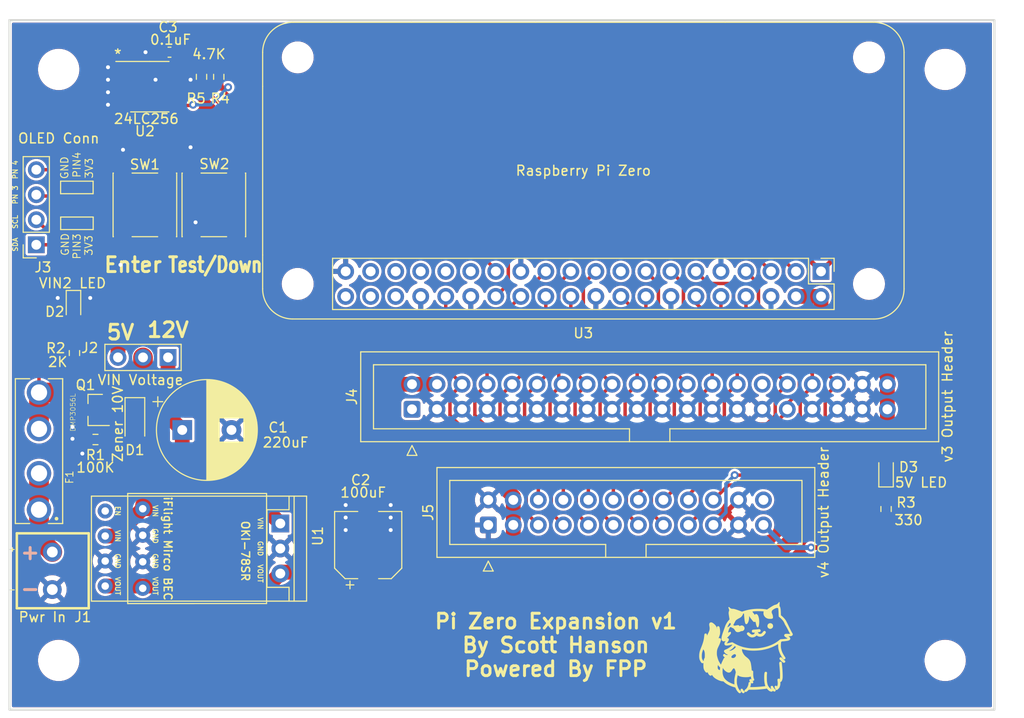
<source format=kicad_pcb>
(kicad_pcb (version 20211014) (generator pcbnew)
  (title_block (title "Pi Zero Expansion") (date "2022-09-01") (rev "v1") (company "Scott Hanson"))
  (layers (0 "F.Cu" signal) (31 "B.Cu" signal) (34 "B.Paste" user) (35 "F.Paste" user) (36 "B.SilkS" user "B.Silkscreen") (37 "F.SilkS" user "F.Silkscreen") (38 "B.Mask" user) (39 "F.Mask" user) (44 "Edge.Cuts" user))
  (net 0 "")
  (net 1 "GND")
  (net 2 "+5V")
  (net 3 "Net-(C1-Pad1)")
  (net 4 "Net-(D1-Pad2)")
  (net 5 "Net-(D2-Pad2)")
  (net 6 "Net-(D3-Pad1)")
  (net 7 "Net-(J3-Pad3)")
  (net 8 "Net-(J3-Pad4)")
  (net 9 "VIN2")
  (net 12 "+3V3")
  (net 13 "I2C_SDA")
  (net 14 "I2C_SCL")
  (net 15 "OUT24")
  (net 16 "OUT23")
  (net 17 "OUT22")
  (net 18 "OUT21")
  (net 19 "OUT20")
  (net 20 "OUT19")
  (net 21 "OUT18")
  (net 22 "OUT17")
  (net 23 "BTN1")
  (net 24 "BTN2")
  (net 25 "VCC")
  (net 26 "OUT1")
  (net 27 "OUT2")
  (net 28 "OUT3")
  (net 29 "OUT4")
  (net 30 "OUT5")
  (net 31 "OUT6")
  (net 32 "OUT7")
  (net 33 "OUT8")
  (net 34 "OUT9")
  (net 35 "OUT10")
  (net 36 "OUT11")
  (net 37 "OUT12")
  (net 38 "OUT13")
  (net 39 "OUT14")
  (net 40 "OUT15")
  (net 41 "OUT16")
  (net 45 "VIN")
  (footprint "LED_SMD:LED_0603_1608Metric_Pad1.05x0.95mm_HandSolder" (layer "F.Cu") (at 97.4988 78.3026 -90)
    (fp_text reference "D2")
    (fp_text value "VIN2 LED")
  )
  (footprint "Resistor_SMD:R_0603_1608Metric_Pad0.98x0.95mm_HandSolder" (layer "F.Cu") (at 97.5988 82.9972 -90)
    (fp_text reference "R2")
    (fp_text value "2K")
  )
  (footprint "Connector_PinHeader_2.54mm:PinHeader_1x03_P2.54mm_Vertical" (layer "F.Cu") (at 107.0988 83.4406 -90)
    (fp_text reference "J2")
    (fp_text value "VIN Voltage")
  )
  (footprint "Scotts:FUSE_3544-2" (layer "F.Cu") (at 93.9988 92.9526 90)
    (fp_text reference "F1")
    (fp_text value "3544-2")
  )
  (footprint "Capacitor_SMD:C_0603_1608Metric_Pad1.08x0.95mm_HandSolder" (layer "F.Cu") (at 107.2488 52.4526 180)
    (fp_text reference "C3")
    (fp_text value "0.1uF")
  )
  (footprint "Resistor_SMD:R_0603_1608Metric_Pad0.98x0.95mm_HandSolder" (layer "F.Cu") (at 110.4988 54.9526 90)
    (fp_text reference "R5")
    (fp_text value "4.7K")
  )
  (footprint "Package_SO:SOIC-8_3.9x4.9mm_P1.27mm" (layer "F.Cu") (at 105.2488 55.9526)
    (fp_text reference "U2")
    (fp_text value "24LC256")
  )
  (footprint "Resistor_SMD:R_0603_1608Metric_Pad0.98x0.95mm_HandSolder" (layer "F.Cu") (at 112.2488 54.9526 90)
    (fp_text reference "R4")
    (fp_text value "4.7K")
  )
  (footprint "Capacitor_SMD:CP_Elec_6.3x5.4_Nichicon" (layer "F.Cu") (at 127.4188 102.4906 90)
    (fp_text reference "C2")
    (fp_text value "100uF")
  )
  (footprint "Capacitor_THT:CP_Radial_D10.0mm_P5.00mm" (layer "F.Cu") (at 108.541123 90.8066)
    (fp_text reference "C1")
    (fp_text value "220uF")
  )
  (footprint "LED_SMD:LED_0603_1608Metric_Pad1.05x0.95mm_HandSolder" (layer "F.Cu") (at 179.9968 94.9311 90)
    (fp_text reference "D3")
    (fp_text value "5V LED")
  )
  (footprint "Resistor_SMD:R_0603_1608Metric_Pad0.98x0.95mm_HandSolder" (layer "F.Cu") (at 179.9968 98.8311 90)
    (fp_text reference "R3")
    (fp_text value "330")
  )
  (footprint "Connector_PinSocket_2.54mm:PinSocket_1x04_P2.54mm_Vertical" (layer "F.Cu") (at 93.7238 72.0026 180)
    (fp_text reference "J3")
    (fp_text value "OLED Conn")
  )
  (footprint "Diode_SMD:D_SOD-123" (layer "F.Cu") (at 103.7328 89.7746 -90)
    (fp_text reference "D1")
    (fp_text value "Zener 10V")
  )
  (footprint "Package_TO_SOT_SMD:SOT-23" (layer "F.Cu") (at 99.7328 88.7746 180)
    (fp_text reference "Q1")
    (fp_text value "DMP3056L")
  )
  (footprint "Resistor_SMD:R_0603_1608Metric_Pad0.98x0.95mm_HandSolder" (layer "F.Cu") (at 99.7328 91.7746)
    (fp_text reference "R1")
    (fp_text value "100K")
  )
  (footprint "MKDS1_2-3.81:PHOENIX_MKDS1_2-3.81" (layer "F.Cu") (at 95.3988 105.1026 -90)
    (fp_text reference "J1")
    (fp_text value "Pwr In")
  )
  (footprint "Button_Switch_SMD:SW_Push_1P1T_NO_6x6mm_H9.5mm" (layer "F.Cu") (at 104.7488 67.9526 -90)
    (fp_text reference "SW1")
    (fp_text value "Enter BTN")
  )
  (footprint "Button_Switch_SMD:SW_Push_1P1T_NO_6x6mm_H9.5mm" (layer "F.Cu") (at 111.7488 67.9526 -90)
    (fp_text reference "SW2")
    (fp_text value "Down BTN")
  )
  (footprint "MountingHole:MountingHole_3.7mm" (layer "F.Cu") (at 185.9988 114.2026)
    (fp_text reference "H1")
    (fp_text value "MountingHole")
  )
  (footprint "MountingHole:MountingHole_3.7mm" (layer "F.Cu") (at 95.9988 54.2026)
    (fp_text reference "H3")
    (fp_text value "MountingHole")
  )
  (footprint "Scotts:Universal_5V_Horizontal" (layer "F.Cu") (at 118.4988 100.3026 -90)
    (fp_text reference "U1")
    (fp_text value "Universe5V")
  )
  (footprint "Connector_IDC:IDC-Header_2x20_P2.54mm_Vertical" (layer "F.Cu") (at 131.8688 88.7051 90)
    (fp_text reference "J4")
    (fp_text value "v3 Output Header")
  )
  (footprint "MountingHole:MountingHole_3.7mm" (layer "F.Cu") (at 185.9988 54.2026)
    (fp_text reference "H4")
    (fp_text value "MountingHole")
  )
  (footprint "Scotts:SolderJumper-3_P1mm_Bridged12" (layer "F.Cu") (at 97.8488 69.8226 180)
    (fp_text reference "PIN3")
    (fp_text value "PIN_3_JMP")
  )
  (footprint "Scotts:chewi_15" (layer "F.Cu") (at 165.564095 111.750842)
    (fp_text reference "G***")
    (fp_text value "LOGO" hide)
  )
  (footprint "MountingHole:MountingHole_3.7mm" (layer "F.Cu") (at 95.9988 114.2026)
    (fp_text reference "H2")
    (fp_text value "MountingHole")
  )
  (footprint "Scotts:SolderJumper-3_P1mm_Bridged23" (layer "F.Cu") (at 97.8418 66.1826 180)
    (fp_text reference "PIN4")
    (fp_text value "PIN_4_JMP")
  )
  (footprint "Connector_IDC:IDC-Header_2x12_P2.54mm_Vertical" (layer "F.Cu") (at 139.6108 100.4491 90)
    (fp_text reference "J5")
    (fp_text value "v4 Output Header")
  )
  (footprint "Scotts:Raspberry_Pi_Zero_Socketed_THT_FaceDown_MountingHoles" (layer "B.Cu") (at 173.3928 74.7076 90)
    (fp_text reference "U3")
    (fp_text value "Raspberry Pi Zero")
  )
  (gr_rect (start 90.9988 49.2026) (end 190.9988 119.2026) (layer "Edge.Cuts") (width 0.2) (fill none))
  (gr_text "+" (at 93.0988 103.2026) (layer "B.SilkS") (effects (font (size 1.5 1.5) (thickness 0.3))))
  (gr_text "-" (at 93.0988 106.9026) (layer "B.SilkS") (effects (font (size 1.5 1.5) (thickness 0.3))))
  (gr_text "12V" (at 107.0988 80.6466) (layer "F.SilkS") (effects (font (size 1.5 1.5) (thickness 0.3))))
  (gr_text "5V" (at 102.2728 80.9006) (layer "F.SilkS") (effects (font (size 1.5 1.5) (thickness 0.3))))
  (gr_text "${TITLE} ${REVISION}\nBy ${COMPANY}\nPowered By FPP" (at 146.4688 112.6506) (layer "F.SilkS") (effects (font (size 1.5 1.5) (thickness 0.3))))
  (gr_text "PN 3" (at 91.5918 66.9326 90) (layer "F.SilkS") (effects (font (size 0.5 0.5) (thickness 0.1))))
  (gr_text "SDA" (at 91.5918 71.9826 90) (layer "F.SilkS") (effects (font (size 0.5 0.5) (thickness 0.1))))
  (gr_text "SCL" (at 91.5918 69.6826 90) (layer "F.SilkS") (effects (font (size 0.5 0.5) (thickness 0.1))))
  (gr_text "PN 4" (at 91.5918 64.3826 90) (layer "F.SilkS") (effects (font (size 0.5 0.5) (thickness 0.1))))
  (gr_text "-" (at 91.2988 107.0026) (layer "F.SilkS") (effects (font (size 0.5 0.5) (thickness 0.1))))
  (gr_text "Enter" (at 103.5428 74.0426) (layer "F.SilkS") (effects (font (size 1.5 1.5) (thickness 0.3))))
  (gr_text "GND" (at 96.6488 71.9726 90) (layer "F.SilkS") (effects (font (size 0.75 0.75) (thickness 0.1))))
  (gr_text "Test/Down" (at 111.8988 74.0426) (layer "F.SilkS") (effects (font (size 1.5 1.2) (thickness 0.3))))
  (gr_text "3V3" (at 99.0918 64.2326 90) (layer "F.SilkS") (effects (font (size 0.75 0.75) (thickness 0.1))))
  (gr_text "GND" (at 96.5918 64.1826 90) (layer "F.SilkS") (effects (font (size 0.75 0.75) (thickness 0.1))))
  (gr_text "+" (at 91.2988 102.9026) (layer "F.SilkS") (effects (font (size 0.5 0.5) (thickness 0.1))))
  (gr_text "3V3" (at 99.0488 72.0726 90) (layer "F.SilkS") (effects (font (size 0.75 0.75) (thickness 0.1))))
  (via (at 101.0028 57.7866) (size 0.8) (drill 0.4) (layers "F.Cu" "B.Cu") (net 1))
  (via (at 129.7048 99.6966) (size 0.8) (drill 0.4) (layers "F.Cu" "B.Cu") (net 1))
  (via (at 102.2728 74.0426) (size 0.8) (drill 0.4) (layers "F.Cu" "B.Cu") (net 1))
  (via (at 109.3848 62.1046) (size 0.8) (drill 0.4) (layers "F.Cu" "B.Cu") (net 1))
  (via (at 105.8288 55.2466) (size 0.8) (drill 0.4) (layers "F.Cu" "B.Cu") (net 1))
  (via (at 102.5268 62.3586) (size 0.8) (drill 0.4) (layers "F.Cu" "B.Cu") (net 1))
  (via (at 97.3988 90.5026) (size 0.8) (drill 0.4) (layers "F.Cu" "B.Cu") (net 1))
  (via (at 129.7048 100.9666) (size 0.8) (drill 0.4) (layers "F.Cu" "B.Cu") (net 1))
  (via (at 125.1328 99.6966) (size 0.8) (drill 0.4) (layers "F.Cu" "B.Cu") (net 1))
  (via (at 101.0028 56.5166) (size 0.8) (drill 0.4) (layers "F.Cu" "B.Cu") (net 1))
  (via (at 104.8128 52.4526) (size 0.8) (drill 0.4) (layers "F.Cu" "B.Cu") (net 1))
  (via (at 97.3988 91.7026) (size 0.8) (drill 0.4) (layers "F.Cu" "B.Cu") (net 1))
  (via (at 125.1328 98.4266) (size 0.8) (drill 0.4) (layers "F.Cu" "B.Cu") (net 1))
  (via (at 99.1988 77.4026) (size 0.8) (drill 0.4) (layers "F.Cu" "B.Cu") (net 1))
  (via (at 101.0028 55.2466) (size 0.8) (drill 0.4) (layers "F.Cu" "B.Cu") (net 1))
  (via (at 109.8928 69.7246) (size 0.8) (drill 0.4) (layers "F.Cu" "B.Cu") (net 1))
  (via (at 101.0028 53.9766) (size 0.8) (drill 0.4) (layers "F.Cu" "B.Cu") (net 1))
  (via (at 129.7048 98.4266) (size 0.8) (drill 0.4) (layers "F.Cu" "B.Cu") (net 1))
  (via (at 98.3988 93.2026) (size 0.8) (drill 0.4) (layers "F.Cu" "B.Cu") (net 1))
  (via (at 109.3848 55.2466) (size 0.8) (drill 0.4) (layers "F.Cu" "B.Cu") (net 1))
  (via (at 95.8988 77.4026) (size 0.8) (drill 0.4) (layers "F.Cu" "B.Cu") (net 1))
  (via (at 125.1328 100.9666) (size 0.8) (drill 0.4) (layers "F.Cu" "B.Cu") (net 1))
  (segment (start 134.4088 86.1651) (end 131.8688 86.1651) (width 1.5) (layer "F.Cu") (net 2))
  (segment (start 178.2713 94.0561) (end 167.0848 105.2426) (width 1.5) (layer "F.Cu") (net 2))
  (segment (start 128.9428 87.5046) (end 130.2823 86.1651) (width 1.5) (layer "F.Cu") (net 2))
  (segment (start 142.1508 100.4491) (end 142.1508 104.9506) (width 1.5) (layer "F.Cu") (net 2))
  (segment (start 180.1288 88.7051) (end 180.1288 93.9241) (width 1.5) (layer "F.Cu") (net 2))
  (segment (start 117.2288 106.6526) (end 100.7188 106.6526) (width 1.5) (layer "F.Cu") (net 2))
  (segment (start 121.3228 89.2826) (end 110.9088 78.8686) (width 1.5) (layer "F.Cu") (net 2))
  (segment (start 139.9988 95.4026) (end 134.2638 95.4026) (width 1.5) (layer "F.Cu") (net 2))
  (segment (start 121.3228 105.2426) (end 121.3228 89.2826) (width 1.5) (layer "F.Cu") (net 2))
  (segment (start 142.1508 97.9091) (end 142.1508 97.5546) (width 1.5) (layer "F.Cu") (net 2))
  (segment (start 110.9088 78.8686) (end 105.5748 78.8686) (width 1.5) (layer "F.Cu") (net 2))
  (segment (start 105.5748 78.8686) (end 102.0188 82.4246) (width 1.5) (layer "F.Cu") (net 2))
  (segment (start 142.1508 104.9506) (end 141.8588 105.2426) (width 1.5) (layer "F.Cu") (net 2))
  (segment (start 142.1508 97.9091) (end 142.1508 100.4491) (width 1.5) (layer "F.Cu") (net 2))
  (segment (start 167.0848 105.2426) (end 141.8588 105.2426) (width 1.5) (layer "F.Cu") (net 2))
  (segment (start 173.3928 77.2476) (end 173.3928 78.4966) (width 1.5) (layer "F.Cu") (net 2))
  (segment (start 170.8528 77.2476) (end 173.3928 77.2476) (width 1.5) (layer "F.Cu") (net 2))
  (segment (start 118.4988 105.3826) (end 117.2288 106.6526) (width 1.5) (layer "F.Cu") (net 2))
  (segment (start 134.2638 95.4026) (end 128.9428 90.0816) (width 1.5) (layer "F.Cu") (net 2))
  (segment (start 180.1288 93.9241) (end 179.9968 94.0561) (width 1.5) (layer "F.Cu") (net 2))
  (segment (start 179.9968 94.0561) (end 178.2713 94.0561) (width 1.5) (layer "F.Cu") (net 2))
  (segment (start 141.8588 105.2426) (end 118.6388 105.2426) (width 1.5) (layer "F.Cu") (net 2))
  (segment (start 102.0188 82.4246) (end 102.0188 83.4406) (width 1.5) (layer "F.Cu") (net 2))
  (segment (start 173.3928 78.4966) (end 180.1288 85.2326) (width 1.5) (layer "F.Cu") (net 2))
  (segment (start 180.1288 86.1651) (end 180.1288 88.7051) (width 1.5) (layer "F.Cu") (net 2))
  (segment (start 128.9428 90.0816) (end 128.9428 87.5046) (width 1.5) (layer "F.Cu") (net 2))
  (segment (start 118.6388 105.2426) (end 121.3228 105.2426) (width 1.5) (layer "F.Cu") (net 2))
  (segment (start 142.1508 97.5546) (end 139.9988 95.4026) (width 1.5) (layer "F.Cu") (net 2))
  (segment (start 118.4988 105.3826) (end 118.6388 105.2426) (width 1.5) (layer "F.Cu") (net 2))
  (segment (start 180.1288 85.2326) (end 180.1288 86.1651) (width 1.5) (layer "F.Cu") (net 2))
  (segment (start 130.2823 86.1651) (end 131.8688 86.1651) (width 1.5) (layer "F.Cu") (net 2))
  (segment (start 108.541123 90.8066) (end 108.541123 94.411837) (width 1.5) (layer "F.Cu") (net 3))
  (segment (start 118.4988 100.3026) (end 116.99686 98.80066) (width 1.5) (layer "F.Cu") (net 3))
  (segment (start 107.0988 83.4406) (end 107.0988 89.364277) (width 1.5) (layer "F.Cu") (net 3))
  (segment (start 104.5288 98.42416) (end 104.5288 98.80066) (width 1.5) (layer "F.Cu") (net 3))
  (segment (start 116.99686 98.80066) (end 104.5288 98.80066) (width 1.5) (layer "F.Cu") (net 3))
  (segment (start 100.7188 101.5726) (end 101.75686 101.5726) (width 1.5) (layer "F.Cu") (net 3))
  (segment (start 107.0988 89.364277) (end 108.541123 90.8066) (width 1.5) (layer "F.Cu") (net 3))
  (segment (start 108.541123 94.411837) (end 104.5288 98.42416) (width 1.5) (layer "F.Cu") (net 3))
  (segment (start 101.75686 101.5726) (end 104.5288 98.80066) (width 1.5) (layer "F.Cu") (net 3))
  (segment (start 100.6453 91.7746) (end 103.3828 91.7746) (width 0.7) (layer "F.Cu") (net 4))
  (segment (start 100.7328 89.7246) (end 100.7328 91.6871) (width 0.7) (layer "F.Cu") (net 4))
  (segment (start 100.7328 91.6871) (end 100.6453 91.7746) (width 0.35) (layer "F.Cu") (net 4))
  (segment (start 103.3828 91.7746) (end 103.7328 91.4246) (width 0.7) (layer "F.Cu") (net 4))
  (segment (start 97.4988 81.9847) (end 97.4988 79.1776) (width 0.35) (layer "F.Cu") (net 5))
  (segment (start 97.5988 82.0847) (end 97.4988 81.9847) (width 0.35) (layer "F.Cu") (net 5))
  (segment (start 179.9968 95.8061) (end 179.9968 97.9186) (width 0.35) (layer "F.Cu") (net 6))
  (segment (start 93.7238 66.9226) (end 93.8588 67.0576) (width 0.35) (layer "F.Cu") (net 7))
  (segment (start 93.8588 67.0576) (end 95.5408 67.0576) (width 0.35) (layer "F.Cu") (net 7))
  (segment (start 95.5408 67.0576) (end 97.8488 69.3656) (width 0.35) (layer "F.Cu") (net 7))
  (segment (start 97.8488 69.8226) (end 97.8488 69.3656) (width 0.35) (layer "F.Cu") (net 7))
  (segment (start 96.4988 64.3826) (end 97.8418 65.7256) (width 0.35) (layer "F.Cu") (net 8))
  (segment (start 93.7238 64.3826) (end 96.4988 64.3826) (width 0.35) (layer "F.Cu") (net 8))
  (segment (start 97.8418 65.7256) (end 97.8418 66.1826) (width 0.35) (layer "F.Cu") (net 8))
  (segment (start 93.9988 95.2026) (end 93.9988 98.9026) (width 2) (layer "F.Cu") (net 9))
  (segment (start 93.9988 101.847499) (end 95.348341 103.19704) (width 2) (layer "F.Cu") (net 9))
  (segment (start 93.9988 98.9026) (end 93.9988 101.847499) (width 2) (layer "F.Cu") (net 9))
  (segment (start 98.9848 64.3766) (end 98.9848 66.1826) (width 0.5) (layer "F.Cu") (net 12))
  (segment (start 104.5588 54.8096) (end 104.5588 58.8026) (width 0.5) (layer "F.Cu") (net 12))
  (segment (start 105.3208 54.0476) (end 104.5588 54.8096) (width 0.5) (layer "F.Cu") (net 12))
  (segment (start 98.9918 69.8226) (end 98.9918 66.1896) (width 0.5) (layer "F.Cu") (net 12))
  (segment (start 98.9918 66.1896) (end 98.9848 66.1826) (width 0.5) (layer "F.Cu") (net 12))
  (segment (start 157.7418 59.0566) (end 173.3928 74.7076) (width 0.5) (layer "F.Cu") (net 12))
  (segment (start 108.1113 52.4526) (end 108.1113 53.6601) (width 0.5) (layer "F.Cu") (net 12))
  (segment (start 104.5588 58.8026) (end 98.9848 64.3766) (width 0.5) (layer "F.Cu") (net 12))
  (segment (start 173.3928 74.7076) (end 175.551102 72.549298) (width 0.5) (layer "F.Cu") (net 12))
  (segment (start 112.2488 54.0401) (end 113.0043 54.0401) (width 0.5) (layer "F.Cu") (net 12))
  (segment (start 182.2828 100.7126) (end 180.2508 102.7446) (width 0.5) (layer "F.Cu") (net 12))
  (segment (start 113.0043 54.0401) (end 118.0208 59.0566) (width 0.5) (layer "F.Cu") (net 12))
  (segment (start 180.598801 72.549298) (end 182.2828 74.233297) (width 0.5) (layer "F.Cu") (net 12))
  (segment (start 175.551102 72.549298) (end 180.598801 72.549298) (width 0.5) (layer "F.Cu") (net 12))
  (segment (start 112.2488 54.0401) (end 107.7313 54.0401) (width 0.5) (layer "F.Cu") (net 12))
  (segment (start 107.7238 54.0476) (end 105.3208 54.0476) (width 0.5) (layer "F.Cu") (net 12))
  (segment (start 108.1113 53.6601) (end 107.7238 54.0476) (width 0.5) (layer "F.Cu") (net 12))
  (segment (start 118.0208 59.0566) (end 157.7418 59.0566) (width 0.5) (layer "F.Cu") (net 12))
  (segment (start 180.2508 102.7446) (end 172.3768 102.7446) (width 0.5) (layer "F.Cu") (net 12))
  (segment (start 182.2828 74.233297) (end 182.2828 100.7126) (width 0.5) (layer "F.Cu") (net 12))
  (segment (start 107.7313 54.0401) (end 107.7238 54.0476) (width 0.5) (layer "F.Cu") (net 12))
  (via (at 172.3768 102.7446) (size 0.8) (drill 0.4) (layers "F.Cu" "B.Cu") (net 12))
  (segment (start 167.5508 100.4491) (end 169.8463 102.7446) (width 0.5) (layer "B.Cu") (net 12))
  (segment (start 169.8463 102.7446) (end 172.3768 102.7446) (width 0.5) (layer "B.Cu") (net 12))
  (segment (start 156.8828 60.8346) (end 117.2183 60.8346) (width 0.35) (layer "F.Cu") (net 13))
  (segment (start 93.7238 72.0026) (end 99.188912 72.0026) (width 0.35) (layer "F.Cu") (net 13))
  (segment (start 107.7238 57.8576) (end 109.5678 57.8576) (width 0.35) (layer "F.Cu") (net 13))
  (segment (start 113.1948 56.0086) (end 112.3923 56.0086) (width 0.35) (layer "F.Cu") (net 13))
  (segment (start 99.188912 72.0026) (end 104.600301 66.591211) (width 0.35) (layer "F.Cu") (net 13))
  (segment (start 109.5678 57.8576) (end 109.6388 57.7866) (width 0.35) (layer "F.Cu") (net 13))
  (segment (start 104.600301 60.981099) (end 107.7238 57.8576) (width 0.35) (layer "F.Cu") (net 13))
  (segment (start 170.8528 74.7076) (end 170.7558 74.7076) (width 0.35) (layer "F.Cu") (net 13))
  (segment (start 112.3923 56.0086) (end 112.2488 55.8651) (width 0.35) (layer "F.Cu") (net 13))
  (segment (start 104.600301 66.591211) (end 104.600301 60.981099) (width 0.35) (layer "F.Cu") (net 13))
  (segment (start 117.2183 60.8346) (end 112.2488 55.8651) (width 0.35) (layer "F.Cu") (net 13))
  (segment (start 170.7558 74.7076) (end 156.8828 60.8346) (width 0.35) (layer "F.Cu") (net 13))
  (via (at 113.1948 56.0086) (size 0.8) (drill 0.4) (layers "F.Cu" "B.Cu") (net 13))
  (via (at 109.6388 57.7866) (size 0.8) (drill 0.4) (layers "F.Cu" "B.Cu") (net 13))
  (segment (start 111.4168 57.7866) (end 113.1948 56.0086) (width 0.35) (layer "B.Cu") (net 13))
  (segment (start 109.6388 57.7866) (end 111.4168 57.7866) (width 0.35) (layer "B.Cu") (net 13))
  (segment (start 107.7238 56.5876) (end 106.5198 56.5876) (width 0.35) (layer "F.Cu") (net 14))
  (segment (start 105.8288 57.2786) (end 105.8288 58.8026) (width 0.35) (layer "F.Cu") (net 14))
  (segment (start 156.2178 62.6126) (end 168.3128 74.7076) (width 0.35) (layer "F.Cu") (net 14))
  (segment (start 110.4988 55.8651) (end 109.7763 56.5876) (width 0.35) (layer "F.Cu") (net 14))
  (segment (start 106.5198 56.5876) (end 105.8288 57.2786) (width 0.35) (layer "F.Cu") (net 14))
  (segment (start 109.7763 56.5876) (end 107.7238 56.5876) (width 0.35) (layer "F.Cu") (net 14))
  (segment (start 95.5098 71.2486) (end 93.7238 69.4626) (width 0.35) (layer "F.Cu") (net 14))
  (segment (start 117.2463 62.6126) (end 156.2178 62.6126) (width 0.35) (layer "F.Cu") (net 14))
  (segment (start 104.0508 66.3636) (end 99.1658 71.2486) (width 0.35) (layer "F.Cu") (net 14))
  (segment (start 104.0508 60.5806) (end 104.0508 66.3636) (width 0.35) (layer "F.Cu") (net 14))
  (segment (start 105.8288 58.8026) (end 104.0508 60.5806) (width 0.35) (layer "F.Cu") (net 14))
  (segment (start 99.1658 71.2486) (end 95.5098 71.2486) (width 0.35) (layer "F.Cu") (net 14))
  (segment (start 110.4988 55.8651) (end 117.2463 62.6126) (width 0.35) (layer "F.Cu") (net 14))
  (segment (start 109.1138 74.0426) (end 115.4808 74.0426) (width 0.35) (layer "F.Cu") (net 23))
  (segment (start 106.9988 71.9276) (end 109.1138 74.0426) (width 0.35) (layer "F.Cu") (net 23))
  (segment (start 106.9988 71.9276) (end 106.9988 63.9776) (width 0.35) (layer "F.Cu") (net 23))
  (segment (start 115.4808 74.0426) (end 119.0368 70.4866) (width 0.35) (layer "F.Cu") (net 23))
  (segment (start 140.3728 74.5506) (end 140.3728 74.7076) (width 0.35) (layer "F.Cu") (net 23))
  (segment (start 119.0368 70.4866) (end 136.3088 70.4866) (width 0.35) (layer "F.Cu") (net 23))
  (segment (start 136.3088 70.4866) (end 140.3728 74.5506) (width 0.35) (layer "F.Cu") (net 23))
  (segment (start 141.6428 75.9776) (end 141.6428 72.7866) (width 0.35) (layer "F.Cu") (net 24))
  (segment (start 113.9988 71.9276) (end 113.9988 63.9776) (width 0.35) (layer "F.Cu") (net 24))
  (segment (start 141.6428 72.7866) (end 138.0728 69.2166) (width 0.35) (layer "F.Cu") (net 24))
  (segment (start 140.3728 77.2476) (end 141.6428 75.9776) (width 0.35) (layer "F.Cu") (net 24))
  (segment (start 138.0728 69.2166) (end 116.7098 69.2166) (width 0.35) (layer "F.Cu") (net 24))
  (segment (start 116.7098 69.2166) (end 113.9988 71.9276) (width 0.35) (layer "F.Cu") (net 24))
  (segment (start 104.5588 83.4406) (end 104.5588 87.2986) (width 2) (layer "F.Cu") (net 25))
  (segment (start 103.4328 87.8246) (end 103.7328 88.1246) (width 2) (layer "F.Cu") (net 25))
  (segment (start 100.7328 87.8246) (end 103.4328 87.8246) (width 2) (layer "F.Cu") (net 25))
  (segment (start 104.5588 87.2986) (end 103.7328 88.1246) (width 2) (layer "F.Cu") (net 25))
  (segment (start 135.7238 87.3901) (end 135.7238 89.3276) (width 0.35) (layer "F.Cu") (net 26))
  (segment (start 143.4658 97.0696) (end 143.4658 99.2241) (width 0.35) (layer "F.Cu") (net 26))
  (segment (start 143.4658 99.2241) (end 144.6908 100.4491) (width 0.35) (layer "F.Cu") (net 26))
  (segment (start 135.2928 84.5091) (end 136.9488 86.1651) (width 0.35) (layer "F.Cu") (net 26))
  (segment (start 136.9488 86.1651) (end 135.7238 87.3901) (width 0.35) (layer "F.Cu") (net 26))
  (segment (start 135.2928 77.2476) (end 135.2928 84.5091) (width 0.35) (layer "F.Cu") (net 26))
  (segment (start 135.7238 89.3276) (end 143.4658 97.0696) (width 0.35) (layer "F.Cu") (net 26))
  (segment (start 139.4888 86.1651) (end 138.2488 87.4051) (width 0.35) (layer "F.Cu") (net 27))
  (segment (start 144.6908 95.7446) (end 144.6908 97.9091) (width 0.35) (layer "F.Cu") (net 27))
  (segment (start 139.4888 80.6716) (end 142.9128 77.2476) (width 0.35) (layer "F.Cu") (net 27))
  (segment (start 139.4888 86.1651) (end 139.4888 80.6716) (width 0.35) (layer "F.Cu") (net 27))
  (segment (start 138.2488 87.4051) (end 138.2488 89.3026) (width 0.35) (layer "F.Cu") (net 27))
  (segment (start 138.2488 89.3026) (end 144.6908 95.7446) (width 0.35) (layer "F.Cu") (net 27))
  (segment (start 140.8038 89.7076) (end 140.8038 87.3901) (width 0.35) (layer "F.Cu") (net 28))
  (segment (start 140.8038 87.3901) (end 142.0288 86.1651) (width 0.35) (layer "F.Cu") (net 28))
  (segment (start 144.1828 84.0111) (end 142.0288 86.1651) (width 0.35) (layer "F.Cu") (net 28))
  (segment (start 145.4528 74.7076) (end 144.1828 75.9776) (width 0.35) (layer "F.Cu") (net 28))
  (segment (start 144.1828 75.9776) (end 144.1828 84.0111) (width 0.35) (layer "F.Cu") (net 28))
  (segment (start 146.0058 99.2241) (end 146.0058 94.9096) (width 0.35) (layer "F.Cu") (net 28))
  (segment (start 147.2308 100.4491) (end 146.0058 99.2241) (width 0.35) (layer "F.Cu") (net 28))
  (segment (start 146.0058 94.9096) (end 140.8038 89.7076) (width 0.35) (layer "F.Cu") (net 28))
  (segment (start 145.4528 77.2476) (end 145.4528 85.2811) (width 0.35) (layer "F.Cu") (net 29))
  (segment (start 143.2988 90.0026) (end 143.2988 87.4351) (width 0.35) (layer "F.Cu") (net 29))
  (segment (start 145.4528 85.2811) (end 144.5688 86.1651) (width 0.35) (layer "F.Cu") (net 29))
  (segment (start 143.2988 87.4351) (end 144.5688 86.1651) (width 0.35) (layer "F.Cu") (net 29))
  (segment (start 147.2308 93.9346) (end 143.2988 90.0026) (width 0.35) (layer "F.Cu") (net 29))
  (segment (start 147.2308 97.9091) (end 147.2308 93.9346) (width 0.35) (layer "F.Cu") (net 29))
  (segment (start 146.7678 75.9326) (end 146.7678 85.8241) (width 0.35) (layer "F.Cu") (net 30))
  (segment (start 147.1088 86.1651) (end 145.8838 87.3901) (width 0.35) (layer "F.Cu") (net 30))
  (segment (start 146.7678 85.8241) (end 147.1088 86.1651) (width 0.35) (layer "F.Cu") (net 30))
  (segment (start 148.5458 99.2241) (end 149.7708 100.4491) (width 0.35) (layer "F.Cu") (net 30))
  (segment (start 147.9928 74.7076) (end 146.7678 75.9326) (width 0.35) (layer "F.Cu") (net 30))
  (segment (start 148.5458 92.9496) (end 148.5458 99.2241) (width 0.35) (layer "F.Cu") (net 30))
  (segment (start 145.8838 87.3901) (end 145.8838 90.2876) (width 0.35) (layer "F.Cu") (net 30))
  (segment (start 145.8838 90.2876) (end 148.5458 92.9496) (width 0.35) (layer "F.Cu") (net 30))
  (segment (start 149.6488 86.1651) (end 148.4238 87.3901) (width 0.35) (layer "F.Cu") (net 31))
  (segment (start 149.7708 91.3146) (end 149.7708 97.9091) (width 0.35) (layer "F.Cu") (net 31))
  (segment (start 148.4238 87.3901) (end 148.4238 89.9676) (width 0.35) (layer "F.Cu") (net 31))
  (segment (start 147.9928 84.5091) (end 149.6488 86.1651) (width 0.35) (layer "F.Cu") (net 31))
  (segment (start 148.4238 89.9676) (end 149.7708 91.3146) (width 0.35) (layer "F.Cu") (net 31))
  (segment (start 147.9928 77.2476) (end 147.9928 84.5091) (width 0.35) (layer "F.Cu") (net 31))
  (segment (start 150.9638 96.430649) (end 151.0408 96.507649) (width 0.35) (layer "F.Cu") (net 32))
  (segment (start 149.2628 83.2391) (end 152.1888 86.1651) (width 0.35) (layer "F.Cu") (net 32))
  (segment (start 151.0408 99.1791) (end 152.3108 100.4491) (width 0.35) (layer "F.Cu") (net 32))
  (segment (start 150.5328 74.7076) (end 149.2628 75.9776) (width 0.35) (layer "F.Cu") (net 32))
  (segment (start 149.2628 75.9776) (end 149.2628 83.2391) (width 0.35) (layer "F.Cu") (net 32))
  (segment (start 151.0408 96.507649) (end 151.0408 99.1791) (width 0.35) (layer "F.Cu") (net 32))
  (segment (start 152.1888 86.1651) (end 150.9638 87.3901) (width 0.35) (layer "F.Cu") (net 32))
  (segment (start 150.9638 87.3901) (end 150.9638 96.430649) (width 0.35) (layer "F.Cu") (net 32))
  (segment (start 153.0728 77.2476) (end 154.7288 78.9036) (width 0.35) (layer "F.Cu") (net 33))
  (segment (start 152.3108 96.1406) (end 152.3108 97.9091) (width 0.35) (layer "F.Cu") (net 33))
  (segment (start 154.7288 78.9036) (end 154.7288 86.1651) (width 0.35) (layer "F.Cu") (net 33))
  (segment (start 154.7288 86.1651) (end 153.5038 87.3901) (width 0.35) (layer "F.Cu") (net 33))
  (segment (start 153.5038 87.3901) (end 153.5038 94.9476) (width 0.35) (layer "F.Cu") (net 33))
  (segment (start 153.5038 94.9476) (end 152.3108 96.1406) (width 0.35) (layer "F.Cu") (net 33))
  (segment (start 156.0438 94.9076) (end 153.6258 97.3256) (width 0.35) (layer "F.Cu") (net 34))
  (segment (start 155.6128 84.5091) (end 157.2688 86.1651) (width 0.35) (layer "F.Cu") (net 34))
  (segment (start 155.6128 77.2476) (end 155.6128 84.5091) (width 0.35) (layer "F.Cu") (net 34))
  (segment (start 156.0438 87.3901) (end 156.0438 94.9076) (width 0.35) (layer "F.Cu") (net 34))
  (segment (start 153.6258 97.3256) (end 153.6258 99.2241) (width 0.35) (layer "F.Cu") (net 34))
  (segment (start 157.2688 86.1651) (end 156.0438 87.3901) (width 0.35) (layer "F.Cu") (net 34))
  (segment (start 153.6258 99.2241) (end 154.8508 100.4491) (width 0.35) (layer "F.Cu") (net 34))
  (segment (start 156.8828 75.9776) (end 156.8828 83.2391) (width 0.35) (layer "F.Cu") (net 35))
  (segment (start 154.8508 97.2506) (end 154.8508 97.9091) (width 0.35) (layer "F.Cu") (net 35))
  (segment (start 156.8828 83.2391) (end 159.8088 86.1651) (width 0.35) (layer "F.Cu") (net 35))
  (segment (start 158.4988 87.4751) (end 158.4988 93.6026) (width 0.35) (layer "F.Cu") (net 35))
  (segment (start 158.4988 93.6026) (end 154.8508 97.2506) (width 0.35) (layer "F.Cu") (net 35))
  (segment (start 159.8088 86.1651) (end 158.4988 87.4751) (width 0.35) (layer "F.Cu") (net 35))
  (segment (start 155.6128 74.7076) (end 156.8828 75.9776) (width 0.35) (layer "F.Cu") (net 35))
  (segment (start 156.1658 99.2241) (end 157.3908 100.4491) (width 0.35) (layer "F.Cu") (net 36))
  (segment (start 156.1658 96.8856) (end 156.1658 99.2241) (width 0.35) (layer "F.Cu") (net 36))
  (segment (start 159.4228 75.9776) (end 158.1528 74.7076) (width 0.35) (layer "F.Cu") (net 36))
  (segment (start 162.3488 81.8026) (end 159.4228 78.8766) (width 0.35) (layer "F.Cu") (net 36))
  (segment (start 159.4228 78.8766) (end 159.4228 75.9776) (width 0.35) (layer "F.Cu") (net 36))
  (segment (start 162.3488 86.1651) (end 162.3488 81.8026) (width 0.35) (layer "F.Cu") (net 36))
  (segment (start 162.3488 86.1651) (end 161.1238 87.3901) (width 0.35) (layer "F.Cu") (net 36))
  (segment (start 161.1238 87.3901) (end 161.1238 91.9276) (width 0.35) (layer "F.Cu") (net 36))
  (segment (start 161.1238 91.9276) (end 156.1658 96.8856) (width 0.35) (layer "F.Cu") (net 36))
  (segment (start 164.8888 86.1651) (end 164.8888 82.119712) (width 0.35) (layer "F.Cu") (net 37))
  (segment (start 160.6928 77.923712) (end 160.6928 77.2476) (width 0.35) (layer "F.Cu") (net 37))
  (segment (start 163.5788 87.4226) (end 164.8363 86.1651) (width 0.35) (layer "F.Cu") (net 37))
  (segment (start 157.4003 97.9091) (end 163.5788 91.7306) (width 0.35) (layer "F.Cu") (net 37))
  (segment (start 164.8888 82.119712) (end 160.6928 77.923712) (width 0.35) (layer "F.Cu") (net 37))
  (segment (start 157.3908 97.9091) (end 157.4003 97.9091) (width 0.35) (layer "F.Cu") (net 37))
  (segment (start 163.5788 91.7306) (end 163.5788 87.4226) (width 0.35) (layer "F.Cu") (net 37))
  (segment (start 164.8363 86.1651) (end 164.8888 86.1651) (width 0.35) (layer "F.Cu") (net 37))
  (segment (start 161.1558 99.2241) (end 159.9308 100.4491) (width 0.35) (layer "F.Cu") (net 38))
  (segment (start 169.9688 88.143056) (end 171.1938 86.918056) (width 0.35) (layer "F.Cu") (net 38))
  (segment (start 164.3908 75.9326) (end 161.9178 75.9326) (width 0.35) (layer "F.Cu") (net 38))
  (segment (start 164.5028 76.0446) (end 164.3908 75.9326) (width 0.35) (layer "F.Cu") (net 38))
  (segment (start 162.749912 95.3786) (end 161.1558 96.972712) (width 0.35) (layer "F.Cu") (net 38))
  (segment (start 163.4868 95.3786) (end 162.749912 95.3786) (width 0.35) (layer "F.Cu") (net 38))
  (segment (start 169.9688 88.8966) (end 163.4868 95.3786) (width 0.35) (layer "F.Cu") (net 38))
  (segment (start 169.9688 88.7051) (end 169.9688 88.143056) (width 0.35) (layer "F.Cu") (net 38))
  (segment (start 171.1938 84.9246) (end 164.5028 78.2336) (width 0.35) (layer "F.Cu") (net 38))
  (segment (start 171.1938 86.918056) (end 171.1938 84.9246) (width 0.35) (layer "F.Cu") (net 38))
  (segment (start 161.9178 75.9326) (end 160.6928 74.7076) (width 0.35) (layer "F.Cu") (net 38))
  (segment (start 169.9688 88.7051) (end 169.9688 88.8966) (width 0.35) (layer "F.Cu") (net 38))
  (segment (start 161.1558 96.972712) (end 161.1558 99.2241) (width 0.35) (layer "F.Cu") (net 38))
  (segment (start 164.5028 78.2336) (end 164.5028 76.0446) (width 0.35) (layer "F.Cu") (net 38))
  (segment (start 168.7438 87.3901) (end 168.7438 89.344488) (width 0.35) (layer "F.Cu") (net 39))
  (segment (start 163.2328 79.4291) (end 163.2328 77.2476) (width 0.35) (layer "F.Cu") (net 39))
  (segment (start 167.1488 90.2026) (end 159.9308 97.4206) (width 0.35) (layer "F.Cu") (net 39))
  (segment (start 167.885688 90.2026) (end 167.1488 90.2026) (width 0.35) (layer "F.Cu") (net 39))
  (segment (start 168.7438 89.344488) (end 167.885688 90.2026) (width 0.35) (layer "F.Cu") (net 39))
  (segment (start 159.9308 97.4206) (end 159.9308 97.9091) (width 0.35) (layer "F.Cu") (net 39))
  (segment (start 169.9688 86.1651) (end 163.2328 79.4291) (width 0.35) (layer "F.Cu") (net 39))
  (segment (start 169.9688 86.1651) (end 168.7438 87.3901) (width 0.35) (layer "F.Cu") (net 39))
  (segment (start 172.5088 85.0966) (end 172.5088 86.1651) (width 0.35) (layer "F.Cu") (net 40))
  (segment (start 165.7728 78.3606) (end 172.5088 85.0966) (width 0.35) (layer "F.Cu") (net 40))
  (segment (start 172.5088 86.380168) (end 171.2838 87.605168) (width 0.35) (layer "F.Cu") (net 40))
  (segment (start 172.5088 86.1651) (end 172.5088 86.380168) (width 0.35) (layer "F.Cu") (net 40))
  (segment (start 171.2838 87.605168) (end 171.2838 89.6136) (width 0.35) (layer "F.Cu") (net 40))
  (segment (start 165.5048 95.3926) (end 164.6288 95.3926) (width 0.35) (layer "F.Cu") (net 40))
  (segment (start 165.7728 77.2476) (end 165.7728 78.3606) (width 0.35) (layer "F.Cu") (net 40))
  (segment (start 171.2838 89.6136) (end 165.5048 95.3926) (width 0.35) (layer "F.Cu") (net 40))
  (via (at 164.6288 95.3926) (size 0.8) (drill 0.4) (layers "F.Cu" "B.Cu") (net 40))
  (segment (start 164.6288 95.3926) (end 163.7408 96.2806) (width 0.35) (layer "B.Cu") (net 40))
  (segment (start 163.7408 96.2806) (end 163.7408 99.1791) (width 0.35) (layer "B.Cu") (net 40))
  (segment (start 163.7408 99.1791) (end 162.4708 100.4491) (width 0.35) (layer "B.Cu") (net 40))
  (segment (start 162.47555 97.9091) (end 163.99005 96.3946) (width 0.35) (layer "F.Cu") (net 41))
  (segment (start 175.0488 86.1651) (end 175.0488 86.1126) (width 0.35) (layer "F.Cu") (net 41))
  (segment (start 163.99005 96.3946) (end 167.0428 96.3946) (width 0.35) (layer "F.Cu") (net 41))
  (segment (start 167.0428 75.9776) (end 165.7728 74.7076) (width 0.35) (layer "F.Cu") (net 41))
  (segment (start 173.8188 89.6186) (end 173.8188 87.3951) (width 0.35) (layer "F.Cu") (net 41))
  (segment (start 167.0428 78.1066) (end 167.0428 75.9776) (width 0.35) (layer "F.Cu") (net 41))
  (segment (start 175.0488 86.1126) (end 167.0428 78.1066) (width 0.35) (layer "F.Cu") (net 41))
  (segment (start 167.0428 96.3946) (end 173.8188 89.6186) (width 0.35) (layer "F.Cu") (net 41))
  (segment (start 173.8188 87.3951) (end 175.0488 86.1651) (width 0.35) (layer "F.Cu") (net 41))
  (segment (start 162.4708 97.9091) (end 162.47555 97.9091) (width 0.35) (layer "F.Cu") (net 41))
  (segment (start 95.2917 83.9097) (end 93.9988 85.2026) (width 0.35) (layer "F.Cu") (net 45))
  (segment (start 93.9988 87.0026) (end 96.6908 87.0026) (width 2) (layer "F.Cu") (net 45))
  (segment (start 93.9988 85.2026) (end 93.9988 87.0026) (width 0.35) (layer "F.Cu") (net 45))
  (segment (start 97.5988 83.9097) (end 95.2917 83.9097) (width 0.35) (layer "F.Cu") (net 45))
  (segment (start 98.4628 88.7746) (end 96.6908 87.0026) (width 2) (layer "F.Cu") (net 45))
  (segment (start 98.7328 88.7746) (end 98.4628 88.7746) (width 2) (layer "F.Cu") (net 45))
  (segment (start 93.9988 87.0026) (end 93.9988 90.7026) (width 2) (layer "F.Cu") (net 45))
  (zone (net 1) (net_name "GND") (layers F&B.Cu) (connect_pads (clearance 0.25)) (min_thickness 0.254) (fill yes (thermal_gap 0.508) (thermal_bridge_width 0.508))
    (polygon (pts (xy 190.9988 119.2026) (xy 90.9988 119.2026) (xy 90.9988 49.2026) (xy 190.9988 49.2026)))
  )
)
</source>
